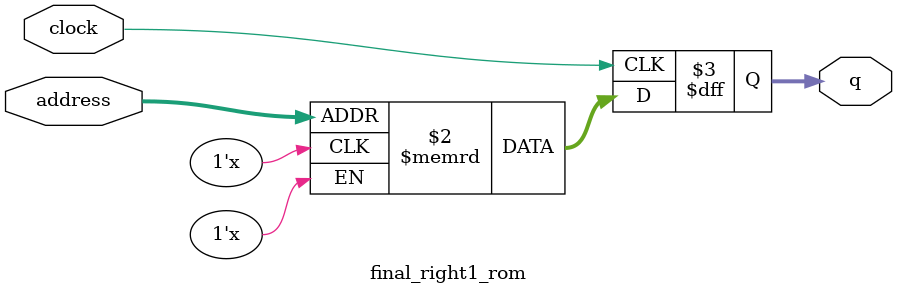
<source format=sv>
module final_right1_rom (
	input logic clock,
	input logic [9:0] address,
	output logic [3:0] q
);

logic [3:0] memory [0:1023] /* synthesis ram_init_file = "./final_right1/final_right1.mif" */;

always_ff @ (posedge clock) begin
	q <= memory[address];
end

endmodule

</source>
